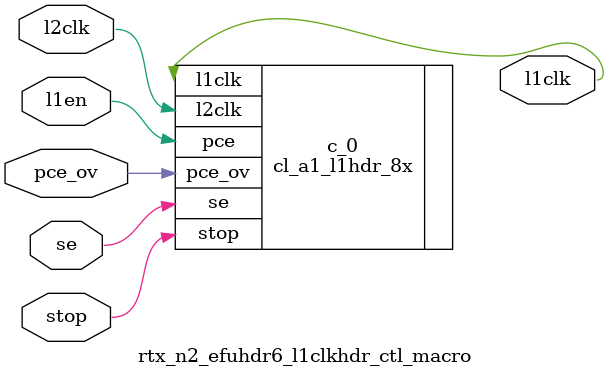
<source format=v>






module rtx_n2_efuhdr6_l1clkhdr_ctl_macro (
  l2clk, 
  l1en, 
  pce_ov, 
  stop, 
  se, 
  l1clk);


  input l2clk;
  input l1en;
  input pce_ov;
  input stop;
  input se;
  output l1clk;



 

cl_a1_l1hdr_8x c_0 (


   .l2clk(l2clk),
   .pce(l1en),
   .l1clk(l1clk),
  .se(se),
  .pce_ov(pce_ov),
  .stop(stop)
);



endmodule









</source>
